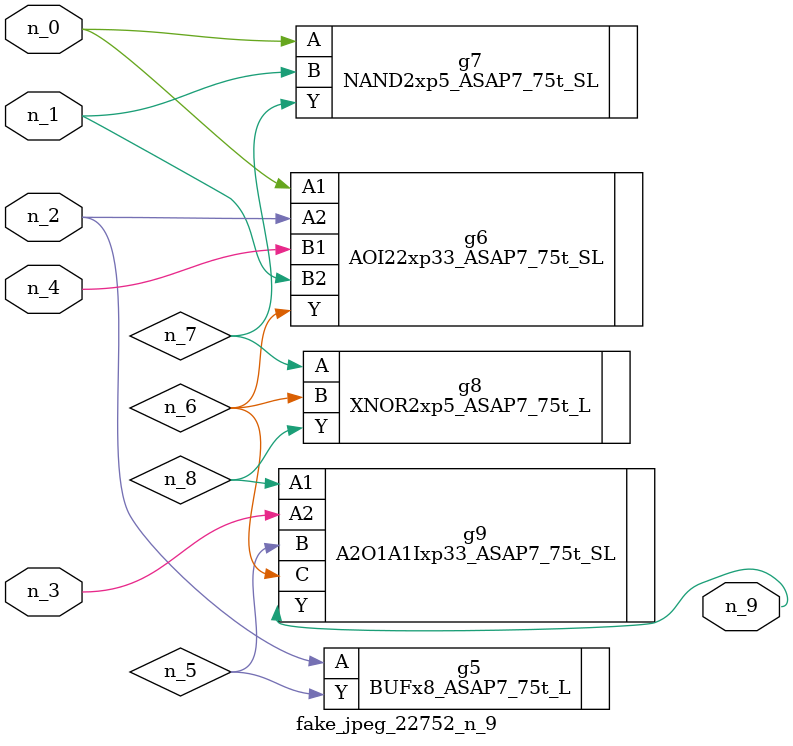
<source format=v>
module fake_jpeg_22752_n_9 (n_3, n_2, n_1, n_0, n_4, n_9);

input n_3;
input n_2;
input n_1;
input n_0;
input n_4;

output n_9;

wire n_8;
wire n_6;
wire n_5;
wire n_7;

BUFx8_ASAP7_75t_L g5 ( 
.A(n_2),
.Y(n_5)
);

AOI22xp33_ASAP7_75t_SL g6 ( 
.A1(n_0),
.A2(n_2),
.B1(n_4),
.B2(n_1),
.Y(n_6)
);

NAND2xp5_ASAP7_75t_SL g7 ( 
.A(n_0),
.B(n_1),
.Y(n_7)
);

XNOR2xp5_ASAP7_75t_L g8 ( 
.A(n_7),
.B(n_6),
.Y(n_8)
);

A2O1A1Ixp33_ASAP7_75t_SL g9 ( 
.A1(n_8),
.A2(n_3),
.B(n_5),
.C(n_6),
.Y(n_9)
);


endmodule
</source>
